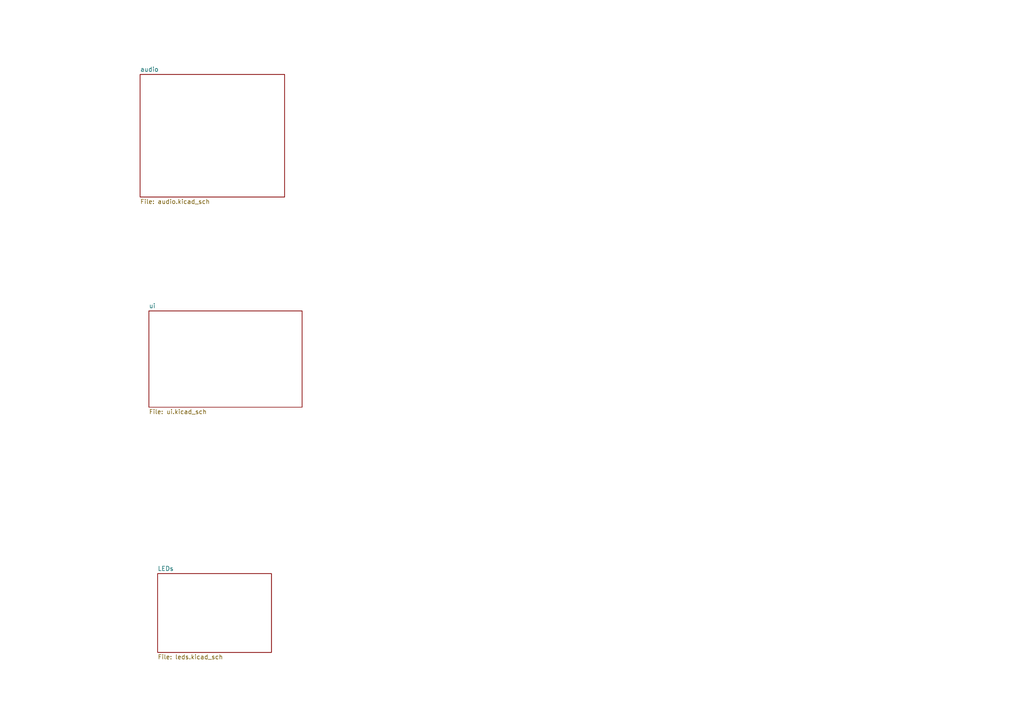
<source format=kicad_sch>
(kicad_sch (version 20211123) (generator eeschema)
  (paper "A4")
  (title_block (rev "0.1") (company "Anton Liakhovitch"))
  (lib_symbols)
  (sheet (at 43.18 90.17) (size 44.45 27.94) (stroke (width 0.1524))
    (property "Sheet name" "ui" (at 43.18 89.4584 0) (effects (justify left bottom)))
    (property "Sheet file" "ui.kicad_sch" (at 43.18 118.6946 0) (effects (justify left top)))
  )
  (sheet (at 40.64 21.59) (size 41.91 35.56) (stroke (width 0.1524))
    (property "Sheet name" "audio" (at 40.64 20.8784 0) (effects (justify left bottom)))
    (property "Sheet file" "audio.kicad_sch" (at 40.64 57.7346 0) (effects (justify left top)))
  )
  (sheet (at 45.72 166.37) (size 33.02 22.86) (stroke (width 0.1524))
    (property "Sheet name" "LEDs" (at 45.72 165.6584 0) (effects (justify left bottom)))
    (property "Sheet file" "leds.kicad_sch" (at 45.72 189.8146 0) (effects (justify left top)))
  )
)
</source>
